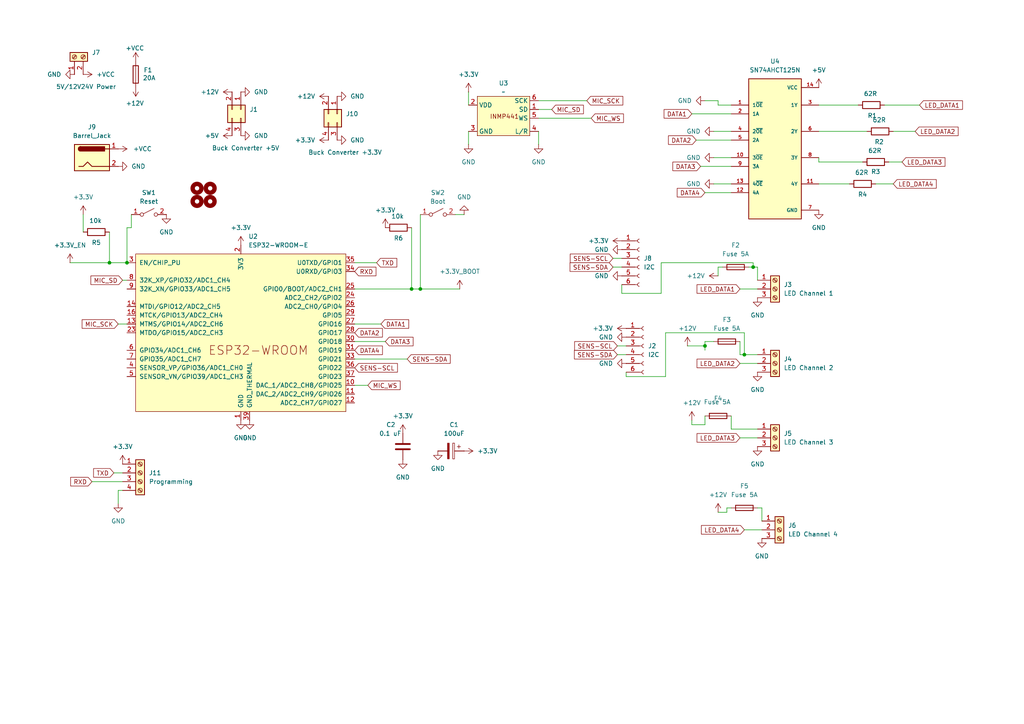
<source format=kicad_sch>
(kicad_sch (version 20250114) (generator "eeschema") (generator_version "9.0")
  (paper "A4")
  (lib_symbols
    (symbol "Connector:Barrel_Jack" (pin_names (offset 1.016))
      (property "Reference" "J" (at 0 5.334 0))
      (property "Value" "Barrel_Jack" (at 0 -5.08 0))
      (symbol "Barrel_Jack_0_1"
        (rectangle (start -5.08 3.81) (end 5.08 -3.81) (stroke (width 0.254)) (fill (type background)))
        (polyline (pts (xy -3.81 -2.54) (xy -2.54 -2.54) (xy -1.27 -1.27) (xy 0 -2.54) (xy 2.54 -2.54) (xy 5.08 -2.54)) (stroke (width 0.254)))
        (arc (start -3.302 1.905) (mid -3.9343 2.54) (end -3.302 3.175) (stroke (width 0.254)))
        (arc (start -3.302 1.905) (mid -3.9343 2.54) (end -3.302 3.175) (stroke (width 0.254)) (fill (type outline)))
        (rectangle (start 3.683 3.175) (end -3.302 1.905) (stroke (width 0.254)) (fill (type outline)))
        (polyline (pts (xy 5.08 2.54) (xy 3.81 2.54)) (stroke (width 0.254)))
      )
      (symbol "Barrel_Jack_1_1"
        (pin passive line (at 7.62 2.54 180) (length 2.54) (name "~") (number "1"))
        (pin passive line (at 7.62 -2.54 180) (length 2.54) (name "~") (number "2"))
      )
    )
    (symbol "Connector:Conn_01x06_Socket" (pin_names (offset 1.016) (hide yes))
      (property "Reference" "J" (at 0 7.62 0))
      (property "Value" "Conn_01x06_Socket" (at 0 -10.16 0))
      (symbol "Conn_01x06_Socket_1_1"
        (polyline (pts (xy -1.27 5.08) (xy -0.508 5.08)) (stroke (width 0.1524)))
        (polyline (pts (xy -1.27 2.54) (xy -0.508 2.54)) (stroke (width 0.1524)))
        (polyline (pts (xy -1.27 0) (xy -0.508 0)) (stroke (width 0.1524)))
        (polyline (pts (xy -1.27 -2.54) (xy -0.508 -2.54)) (stroke (width 0.1524)))
        (polyline (pts (xy -1.27 -5.08) (xy -0.508 -5.08)) (stroke (width 0.1524)))
        (polyline (pts (xy -1.27 -7.62) (xy -0.508 -7.62)) (stroke (width 0.1524)))
        (arc (start 0 4.572) (mid -0.5058 5.08) (end 0 5.588) (stroke (width 0.1524)))
        (arc (start 0 2.032) (mid -0.5058 2.54) (end 0 3.048) (stroke (width 0.1524)))
        (arc (start 0 -0.508) (mid -0.5058 0) (end 0 0.508) (stroke (width 0.1524)))
        (arc (start 0 -3.048) (mid -0.5058 -2.54) (end 0 -2.032) (stroke (width 0.1524)))
        (arc (start 0 -5.588) (mid -0.5058 -5.08) (end 0 -4.572) (stroke (width 0.1524)))
        (arc (start 0 -8.128) (mid -0.5058 -7.62) (end 0 -7.112) (stroke (width 0.1524)))
        (pin passive line (at -5.08 5.08 0) (length 3.81) (name "Pin_1") (number "1"))
        (pin passive line (at -5.08 2.54 0) (length 3.81) (name "Pin_2") (number "2"))
        (pin passive line (at -5.08 0 0) (length 3.81) (name "Pin_3") (number "3"))
        (pin passive line (at -5.08 -2.54 0) (length 3.81) (name "Pin_4") (number "4"))
        (pin passive line (at -5.08 -5.08 0) (length 3.81) (name "Pin_5") (number "5"))
        (pin passive line (at -5.08 -7.62 0) (length 3.81) (name "Pin_6") (number "6"))
      )
    )
    (symbol "Connector:Screw_Terminal_01x02" (pin_names (offset 1.016) (hide yes))
      (property "Reference" "J" (at 0 2.54 0))
      (property "Value" "Screw_Terminal_01x02" (at 0 -5.08 0))
      (symbol "Screw_Terminal_01x02_1_1"
        (rectangle (start -1.27 1.27) (end 1.27 -3.81) (stroke (width 0.254)) (fill (type background)))
        (polyline (pts (xy -0.5334 0.3302) (xy 0.3302 -0.508)) (stroke (width 0.1524)))
        (polyline (pts (xy -0.5334 -2.2098) (xy 0.3302 -3.048)) (stroke (width 0.1524)))
        (polyline (pts (xy -0.3556 0.508) (xy 0.508 -0.3302)) (stroke (width 0.1524)))
        (polyline (pts (xy -0.3556 -2.032) (xy 0.508 -2.8702)) (stroke (width 0.1524)))
        (circle (center 0 0) (radius 0.635) (stroke (width 0.1524)))
        (circle (center 0 -2.54) (radius 0.635) (stroke (width 0.1524)))
        (pin passive line (at -5.08 0 0) (length 3.81) (name "Pin_1") (number "1"))
        (pin passive line (at -5.08 -2.54 0) (length 3.81) (name "Pin_2") (number "2"))
      )
    )
    (symbol "Connector:Screw_Terminal_01x03" (pin_names (offset 1.016) (hide yes))
      (property "Reference" "J" (at 0 5.08 0))
      (property "Value" "Screw_Terminal_01x03" (at 0 -5.08 0))
      (symbol "Screw_Terminal_01x03_1_1"
        (rectangle (start -1.27 3.81) (end 1.27 -3.81) (stroke (width 0.254)) (fill (type background)))
        (polyline (pts (xy -0.5334 2.8702) (xy 0.3302 2.032)) (stroke (width 0.1524)))
        (polyline (pts (xy -0.5334 0.3302) (xy 0.3302 -0.508)) (stroke (width 0.1524)))
        (polyline (pts (xy -0.5334 -2.2098) (xy 0.3302 -3.048)) (stroke (width 0.1524)))
        (polyline (pts (xy -0.3556 3.048) (xy 0.508 2.2098)) (stroke (width 0.1524)))
        (polyline (pts (xy -0.3556 0.508) (xy 0.508 -0.3302)) (stroke (width 0.1524)))
        (polyline (pts (xy -0.3556 -2.032) (xy 0.508 -2.8702)) (stroke (width 0.1524)))
        (circle (center 0 2.54) (radius 0.635) (stroke (width 0.1524)))
        (circle (center 0 0) (radius 0.635) (stroke (width 0.1524)))
        (circle (center 0 -2.54) (radius 0.635) (stroke (width 0.1524)))
        (pin passive line (at -5.08 2.54 0) (length 3.81) (name "Pin_1") (number "1"))
        (pin passive line (at -5.08 0 0) (length 3.81) (name "Pin_2") (number "2"))
        (pin passive line (at -5.08 -2.54 0) (length 3.81) (name "Pin_3") (number "3"))
      )
    )
    (symbol "Connector:Screw_Terminal_01x04" (pin_names (offset 1.016) (hide yes))
      (property "Reference" "J" (at 0 5.08 0))
      (property "Value" "Screw_Terminal_01x04" (at 0 -7.62 0))
      (symbol "Screw_Terminal_01x04_1_1"
        (rectangle (start -1.27 3.81) (end 1.27 -6.35) (stroke (width 0.254)) (fill (type background)))
        (polyline (pts (xy -0.5334 2.8702) (xy 0.3302 2.032)) (stroke (width 0.1524)))
        (polyline (pts (xy -0.5334 0.3302) (xy 0.3302 -0.508)) (stroke (width 0.1524)))
        (polyline (pts (xy -0.5334 -2.2098) (xy 0.3302 -3.048)) (stroke (width 0.1524)))
        (polyline (pts (xy -0.5334 -4.7498) (xy 0.3302 -5.588)) (stroke (width 0.1524)))
        (polyline (pts (xy -0.3556 3.048) (xy 0.508 2.2098)) (stroke (width 0.1524)))
        (polyline (pts (xy -0.3556 0.508) (xy 0.508 -0.3302)) (stroke (width 0.1524)))
        (polyline (pts (xy -0.3556 -2.032) (xy 0.508 -2.8702)) (stroke (width 0.1524)))
        (polyline (pts (xy -0.3556 -4.572) (xy 0.508 -5.4102)) (stroke (width 0.1524)))
        (circle (center 0 2.54) (radius 0.635) (stroke (width 0.1524)))
        (circle (center 0 0) (radius 0.635) (stroke (width 0.1524)))
        (circle (center 0 -2.54) (radius 0.635) (stroke (width 0.1524)))
        (circle (center 0 -5.08) (radius 0.635) (stroke (width 0.1524)))
        (pin passive line (at -5.08 2.54 0) (length 3.81) (name "Pin_1") (number "1"))
        (pin passive line (at -5.08 0 0) (length 3.81) (name "Pin_2") (number "2"))
        (pin passive line (at -5.08 -2.54 0) (length 3.81) (name "Pin_3") (number "3"))
        (pin passive line (at -5.08 -5.08 0) (length 3.81) (name "Pin_4") (number "4"))
      )
    )
    (symbol "Connector_Generic:Conn_02x02_Row_Letter_Last" (pin_names (offset 1.016) (hide yes))
      (property "Reference" "J2" (at 1.27 6.35 0))
      (property "Value" "Buck Converter" (at 1.27 3.81 0))
      (symbol "Conn_02x02_Row_Letter_Last_1_1"
        (rectangle (start -1.27 1.27) (end 3.81 -3.81) (stroke (width 0.254)) (fill (type background)))
        (rectangle (start -1.27 0.127) (end 0 -0.127) (stroke (width 0.1524)))
        (rectangle (start -1.27 -2.413) (end 0 -2.667) (stroke (width 0.1524)))
        (rectangle (start 3.81 0.127) (end 2.54 -0.127) (stroke (width 0.1524)))
        (rectangle (start 3.81 -2.413) (end 2.54 -2.667) (stroke (width 0.1524)))
        (pin input line (at -5.08 0 0) (length 3.81) (name "1") (number "1"))
        (pin input line (at -5.08 -2.54 0) (length 3.81) (name "2") (number "2"))
        (pin output line (at 7.62 0 180) (length 3.81) (name "3") (number "3"))
        (pin output line (at 7.62 -2.54 180) (length 3.81) (name "4") (number "4"))
      )
    )
    (symbol "Device:Fuse" (pin_numbers (hide yes)) (pin_names (offset 0))
      (property "Reference" "F" (at 2.032 0 90))
      (property "Value" "Fuse" (at -1.905 0 90))
      (symbol "Fuse_0_1"
        (rectangle (start -0.762 -2.54) (end 0.762 2.54) (stroke (width 0.254)))
        (polyline (pts (xy 0 2.54) (xy 0 -2.54)))
      )
      (symbol "Fuse_1_1"
        (pin passive line (at 0 3.81 270) (length 1.27) (name "~") (number "1"))
        (pin passive line (at 0 -3.81 90) (length 1.27) (name "~") (number "2"))
      )
    )
    (symbol "Device:R" (pin_numbers (hide yes)) (pin_names (offset 0))
      (property "Reference" "R" (at 2.032 0 90))
      (property "Value" "R" (at 0 0 90))
      (symbol "R_0_1"
        (rectangle (start -1.016 -2.54) (end 1.016 2.54) (stroke (width 0.254)))
      )
      (symbol "R_1_1"
        (pin passive line (at 0 3.81 270) (length 1.27) (name "~") (number "1"))
        (pin passive line (at 0 -3.81 90) (length 1.27) (name "~") (number "2"))
      )
    )
    (symbol "Espressif:ESP32-WROOM-E" (pin_names (offset 1.016))
      (property "Reference" "U" (at -30.48 27.94 0))
      (property "Value" "ESP32-WROOM-E" (at -30.48 25.4 0))
      (symbol "ESP32-WROOM-E_0_1"
        (rectangle (start -30.48 22.86) (end 30.48 -22.86) (fill (type background)))
      )
      (symbol "ESP32-WROOM-E_1_1"
        (text "ESP32-­WROOM­" (at 5.08 -5.08 0) (effects (font (size 2.54 2.54))))
        (pin input line (at -33.02 20.32 0) (length 2.54) (name "EN/CHIP_PU") (number "3"))
        (pin bidirectional line (at -33.02 15.24 0) (length 2.54) (name "32K_XP/GPIO32/ADC1_CH4") (number "8"))
        (pin bidirectional line (at -33.02 12.7 0) (length 2.54) (name "32K_XN/GPIO33/ADC1_CH5") (number "9"))
        (pin bidirectional line (at -33.02 7.62 0) (length 2.54) (name "MTDI/GPIO12/ADC2_CH5") (number "14"))
        (pin bidirectional line (at -33.02 5.08 0) (length 2.54) (name "MTCK/GPIO13/ADC2_CH4") (number "16"))
        (pin bidirectional line (at -33.02 2.54 0) (length 2.54) (name "MTMS/GPIO14/ADC2_CH6") (number "13"))
        (pin bidirectional line (at -33.02 0 0) (length 2.54) (name "MTDO/GPIO15/ADC2_CH3") (number "23"))
        (pin input line (at -33.02 -5.08 0) (length 2.54) (name "GPIO34/ADC1_CH6") (number "6"))
        (pin input line (at -33.02 -7.62 0) (length 2.54) (name "GPIO35/ADC1_CH7") (number "7"))
        (pin input line (at -33.02 -10.16 0) (length 2.54) (name "SENSOR_VP/GPIO36/ADC1_CH0") (number "4"))
        (pin input line (at -33.02 -12.7 0) (length 2.54) (name "SENSOR_VN/GPIO39/ADC1_CH3") (number "5"))
        (pin power_in line (at 0 25.4 270) (length 2.54) (name "3V3") (number "2"))
        (pin power_in line (at 0 -25.4 90) (length 2.54) (name "GND") (number "1"))
        (pin passive line (at 0 -25.4 90) (length 2.54) (hide yes) (name "GND") (number "15"))
        (pin passive line (at 0 -25.4 90) (length 2.54) (hide yes) (name "GND") (number "38"))
        (pin power_in line (at 2.54 -25.4 90) (length 2.54) (name "GND_THERMAL") (number "39"))
        (pin bidirectional line (at 33.02 20.32 180) (length 2.54) (name "U0TXD/GPIO1") (number "35"))
        (pin bidirectional line (at 33.02 17.78 180) (length 2.54) (name "U0RXD/GPIO3") (number "34"))
        (pin bidirectional line (at 33.02 12.7 180) (length 2.54) (name "GPIO0/BOOT/ADC2_CH1") (number "25"))
        (pin bidirectional line (at 33.02 10.16 180) (length 2.54) (name "ADC2_CH2/GPIO2") (number "24"))
        (pin bidirectional line (at 33.02 7.62 180) (length 2.54) (name "ADC2_CH0/GPIO4") (number "26"))
        (pin bidirectional line (at 33.02 5.08 180) (length 2.54) (name "GPIO5") (number "29"))
        (pin bidirectional line (at 33.02 2.54 180) (length 2.54) (name "GPIO16") (number "27"))
        (pin bidirectional line (at 33.02 0 180) (length 2.54) (name "GPIO17") (number "28"))
        (pin bidirectional line (at 33.02 -2.54 180) (length 2.54) (name "GPIO18") (number "30"))
        (pin bidirectional line (at 33.02 -5.08 180) (length 2.54) (name "GPIO19") (number "31"))
        (pin bidirectional line (at 33.02 -7.62 180) (length 2.54) (name "GPIO21") (number "33"))
        (pin bidirectional line (at 33.02 -10.16 180) (length 2.54) (name "GPIO22") (number "36"))
        (pin bidirectional line (at 33.02 -12.7 180) (length 2.54) (name "GPIO23") (number "37"))
        (pin bidirectional line (at 33.02 -15.24 180) (length 2.54) (name "DAC_1/ADC2_CH8/GPIO25") (number "10"))
        (pin bidirectional line (at 33.02 -17.78 180) (length 2.54) (name "DAC_2/ADC2_CH9/GPIO26") (number "11"))
        (pin bidirectional line (at 33.02 -20.32 180) (length 2.54) (name "ADC2_CH7/GPIO27") (number "12"))
      )
    )
    (symbol "Mechanical:MountingHole" (pin_names (offset 1.016)) (exclude_from_sim yes) (in_bom no)
      (property "Reference" "H" (at 0 5.08 0))
      (property "Value" "MountingHole" (at 0 3.175 0))
      (symbol "MountingHole_0_1"
        (circle (center 0 0) (radius 1.27) (stroke (width 1.27)))
      )
    )
    (symbol "My_custom:CP_Radial_D10.0mm_P5.00mm" (pin_numbers (hide yes)) (pin_names (offset 0.254))
      (property "Reference" "C" (at 0.635 2.54 0))
      (property "Value" "CP_Radial_D10.0mm_P5.00mm" (at 0.635 -2.54 0))
      (symbol "CP_Radial_D10.0mm_P5.00mm_0_1"
        (rectangle (start -2.286 1.016) (end 2.286 0.508))
        (polyline (pts (xy -1.778 2.286) (xy -0.762 2.286)))
        (polyline (pts (xy -1.27 2.794) (xy -1.27 1.778)))
        (rectangle (start 2.286 -0.508) (end -2.286 -1.016) (fill (type outline)))
      )
      (symbol "CP_Radial_D10.0mm_P5.00mm_0_2"
        (polyline (pts (xy -2.54 -2.54) (xy -0.6604 -0.6604)))
        (polyline (pts (xy -1.8796 0.6096) (xy 0.6096 -1.8796) (xy 0.9652 -1.524) (xy -1.524 0.9652) (xy -1.8796 0.6096)) (fill (type outline)))
        (polyline (pts (xy -0.9652 1.524) (xy 1.524 -0.9652) (xy 1.8796 -0.6096) (xy -0.6096 1.8796) (xy -0.9652 1.524)))
        (polyline (pts (xy 0 2.032) (xy 1.016 2.032)))
        (polyline (pts (xy 0.508 2.54) (xy 0.508 1.524)))
        (polyline (pts (xy 0.6604 0.6604) (xy 2.54 2.54)))
      )
      (symbol "CP_Radial_D10.0mm_P5.00mm_1_1"
        (pin passive line (at 0 3.81 270) (length 2.794) (name "~") (number "1"))
        (pin passive line (at 0 -3.81 90) (length 2.794) (name "~") (number "2"))
      )
      (symbol "CP_Radial_D10.0mm_P5.00mm_1_2"
        (pin passive line (at -2.54 -2.54 90) (length 0) (name "~") (number "2"))
        (pin passive line (at 2.54 2.54 270) (length 0) (name "~") (number "1"))
      )
    )
    (symbol "My_custom:GND" (power) (pin_numbers (hide yes)) (pin_names (offset 0) (hide yes))
      (property "Value" "GND" (at 0 -3.81 0))
      (symbol "GND_0_1"
        (polyline (pts (xy 0 0) (xy 0 -1.27) (xy 1.27 -1.27) (xy 0 -2.54) (xy -1.27 -1.27) (xy 0 -1.27)))
      )
      (symbol "GND_1_1"
        (pin power_in line (at 0 0 270) (length 0) (name "~") (number "1"))
      )
    )
    (symbol "My_custom:INMP441"
      (property "Reference" "U" (at 0.508 -1.27 0))
      (symbol "INMP441_0_1"
        (polyline (pts (xy 0 0) (xy 0 11.43) (xy 13.97 11.43) (xy 15.24 11.43) (xy 15.24 0) (xy 0 0)) (fill (type background)))
      )
      (symbol "INMP441_1_1"
        (text "INMP441" (at 7.874 5.588 0) (effects (font (size 1.27 1.27))))
        (pin input line (at -2.54 8.89 0) (length 2.54) (name "VDD") (number "2"))
        (pin input line (at -2.54 1.27 0) (length 2.54) (name "GND") (number "3"))
        (pin input line (at 17.78 10.16 180) (length 2.54) (name "SCK") (number "6"))
        (pin output line (at 17.78 7.62 180) (length 2.54) (name "SD") (number "1"))
        (pin output line (at 17.78 5.08 180) (length 2.54) (name "WS") (number "5"))
        (pin input line (at 17.78 1.27 180) (length 2.54) (name "L/R") (number "4"))
      )
    )
    (symbol "PCM_Capacitor_AKL:C_Disc_D3.0mm_W1.6mm_P2.50mm" (pin_numbers (hide yes)) (pin_names (offset 0.254))
      (property "Reference" "C" (at 0.635 2.54 0))
      (property "Value" "C_Disc_D3.0mm_W1.6mm_P2.50mm" (at 0.635 -2.54 0))
      (symbol "C_Disc_D3.0mm_W1.6mm_P2.50mm_0_1"
        (polyline (pts (xy -2.032 0.762) (xy 2.032 0.762)) (stroke (width 0.508)))
        (polyline (pts (xy -2.032 -0.762) (xy 2.032 -0.762)) (stroke (width 0.508)))
      )
      (symbol "C_Disc_D3.0mm_W1.6mm_P2.50mm_0_2"
        (polyline (pts (xy -2.54 -2.54) (xy -0.381 -0.381)))
        (polyline (pts (xy -0.508 -0.508) (xy -1.651 0.635)) (stroke (width 0.508)))
        (polyline (pts (xy -0.508 -0.508) (xy 0.635 -1.651)) (stroke (width 0.508)))
        (polyline (pts (xy 0.381 0.381) (xy 2.54 2.54)))
        (polyline (pts (xy 0.508 0.508) (xy -0.635 1.651)) (stroke (width 0.508)))
        (polyline (pts (xy 0.508 0.508) (xy 1.651 -0.635)) (stroke (width 0.508)))
      )
      (symbol "C_Disc_D3.0mm_W1.6mm_P2.50mm_1_1"
        (pin passive line (at 0 3.81 270) (length 2.794) (name "~") (number "1"))
        (pin passive line (at 0 -3.81 90) (length 2.794) (name "~") (number "2"))
      )
      (symbol "C_Disc_D3.0mm_W1.6mm_P2.50mm_1_2"
        (pin passive line (at -2.54 -2.54 90) (length 0) (name "~") (number "2"))
        (pin passive line (at 2.54 2.54 270) (length 0) (name "~") (number "1"))
      )
    )
    (symbol "SN74AHCT125N:SN74AHCT125N" (pin_names (offset 1.016))
      (property "Reference" "U" (at -7.62 21.082 0))
      (property "Value" "SN74AHCT125N" (at -7.62 -22.86 0))
      (symbol "SN74AHCT125N_0_0"
        (rectangle (start -7.62 -20.32) (end 7.62 20.32) (stroke (width 0.254)) (fill (type background)))
        (pin input line (at -12.7 12.7 0) (length 5.08) (name "1~{OE}") (number "1"))
        (pin input line (at -12.7 10.16 0) (length 5.08) (name "1A") (number "2"))
        (pin input line (at -12.7 5.08 0) (length 5.08) (name "2~{OE}") (number "4"))
        (pin input line (at -12.7 2.54 0) (length 5.08) (name "2A") (number "5"))
        (pin input line (at -12.7 -2.54 0) (length 5.08) (name "3~{OE}") (number "10"))
        (pin input line (at -12.7 -5.08 0) (length 5.08) (name "3A") (number "9"))
        (pin input line (at -12.7 -10.16 0) (length 5.08) (name "4~{OE}") (number "13"))
        (pin input line (at -12.7 -12.7 0) (length 5.08) (name "4A") (number "12"))
        (pin power_in line (at 12.7 17.78 180) (length 5.08) (name "VCC") (number "14"))
        (pin output line (at 12.7 12.7 180) (length 5.08) (name "1Y") (number "3"))
        (pin output line (at 12.7 5.08 180) (length 5.08) (name "2Y") (number "6"))
        (pin output line (at 12.7 -2.54 180) (length 5.08) (name "3Y") (number "8"))
        (pin output line (at 12.7 -10.16 180) (length 5.08) (name "4Y") (number "11"))
        (pin power_in line (at 12.7 -17.78 180) (length 5.08) (name "GND") (number "7"))
      )
    )
    (symbol "Switch:SW_SPST" (pin_names (offset 0) (hide yes))
      (property "Reference" "SW" (at 0 3.175 0))
      (property "Value" "SW_SPST" (at 0 -2.54 0))
      (symbol "SW_SPST_0_0"
        (circle (center -2.032 0) (radius 0.508))
        (polyline (pts (xy -1.524 0.254) (xy 1.524 1.778)))
        (circle (center 2.032 0) (radius 0.508))
      )
      (symbol "SW_SPST_1_1"
        (pin passive line (at -5.08 0 0) (length 2.54) (name "A") (number "1"))
        (pin passive line (at 5.08 0 180) (length 2.54) (name "B") (number "2"))
      )
    )
    (symbol "power:+12V" (power) (pin_numbers (hide yes)) (pin_names (offset 0) (hide yes))
      (property "Value" "+12V" (at 0 3.556 0))
      (symbol "+12V_0_1"
        (polyline (pts (xy -0.762 1.27) (xy 0 2.54)))
        (polyline (pts (xy 0 2.54) (xy 0.762 1.27)))
        (polyline (pts (xy 0 0) (xy 0 2.54)))
      )
      (symbol "+12V_1_1"
        (pin power_in line (at 0 0 90) (length 0) (name "~") (number "1"))
      )
    )
    (symbol "power:+3.3V" (power) (pin_numbers (hide yes)) (pin_names (offset 0) (hide yes))
      (property "Value" "+3.3V" (at 0 3.556 0))
      (symbol "+3.3V_0_1"
        (polyline (pts (xy -0.762 1.27) (xy 0 2.54)))
        (polyline (pts (xy 0 2.54) (xy 0.762 1.27)))
        (polyline (pts (xy 0 0) (xy 0 2.54)))
      )
      (symbol "+3.3V_1_1"
        (pin power_in line (at 0 0 90) (length 0) (name "~") (number "1"))
      )
    )
    (symbol "power:+5V" (power) (pin_numbers (hide yes)) (pin_names (offset 0) (hide yes))
      (property "Value" "+5V" (at 0 3.556 0))
      (symbol "+5V_0_1"
        (polyline (pts (xy -0.762 1.27) (xy 0 2.54)))
        (polyline (pts (xy 0 2.54) (xy 0.762 1.27)))
        (polyline (pts (xy 0 0) (xy 0 2.54)))
      )
      (symbol "+5V_1_1"
        (pin power_in line (at 0 0 90) (length 0) (name "~") (number "1"))
      )
    )
    (symbol "power:GND" (power) (pin_numbers (hide yes)) (pin_names (offset 0) (hide yes))
      (property "Value" "GND" (at 0 -3.81 0))
      (symbol "GND_0_1"
        (polyline (pts (xy 0 0) (xy 0 -1.27) (xy 1.27 -1.27) (xy 0 -2.54) (xy -1.27 -1.27) (xy 0 -1.27)))
      )
      (symbol "GND_1_1"
        (pin power_in line (at 0 0 270) (length 0) (name "~") (number "1"))
      )
    )
  )
  (junction (at 31.75 76.2))
  (junction (at 215.9 102.87))
  (junction (at 218.44 77.47))
  (junction (at 121.92 83.82))
  (junction (at 119.38 83.82))
  (junction (at 204.47 100.33))
  (junction (at 36.83 76.2))
  (wire (pts (xy 214.63 83.82) (xy 219.71 83.82)))
  (wire (pts (xy 179.07 102.87) (xy 181.61 102.87)))
  (wire (pts (xy 212.09 147.32) (xy 210.82 147.32)))
  (wire (pts (xy 180.34 82.55) (xy 180.34 85.09)))
  (wire (pts (xy 207.01 99.06) (xy 204.47 99.06)))
  (wire (pts (xy 217.17 77.47) (xy 218.44 77.47)))
  (wire (pts (xy 215.9 153.67) (xy 220.98 153.67)))
  (wire (pts (xy 219.71 77.47) (xy 219.71 81.28)))
  (wire (pts (xy 38.1 66.04) (xy 36.83 66.04)))
  (wire (pts (xy 177.8 74.93) (xy 180.34 74.93)))
  (wire (pts (xy 210.82 148.59) (xy 208.28 148.59)))
  (wire (pts (xy 160.02 31.75) (xy 156.21 31.75)))
  (wire (pts (xy 254 53.34) (xy 259.08 53.34)))
  (wire (pts (xy 218.44 76.2) (xy 218.44 77.47)))
  (wire (pts (xy 214.63 99.06) (xy 214.63 102.87)))
  (wire (pts (xy 210.82 147.32) (xy 210.82 148.59)))
  (wire (pts (xy 212.09 120.65) (xy 212.09 124.46)))
  (wire (pts (xy 219.71 124.46) (xy 212.09 124.46)))
  (wire (pts (xy 121.92 62.23) (xy 121.92 83.82)))
  (wire (pts (xy 121.92 83.82) (xy 133.35 83.82)))
  (wire (pts (xy 118.11 104.14) (xy 102.87 104.14)))
  (wire (pts (xy 135.89 26.67) (xy 135.89 30.48)))
  (wire (pts (xy 237.49 30.48) (xy 248.92 30.48)))
  (wire (pts (xy 200.66 121.92) (xy 200.66 123.19)))
  (wire (pts (xy 180.34 85.09) (xy 191.77 85.09)))
  (wire (pts (xy 134.62 62.23) (xy 132.08 62.23)))
  (wire (pts (xy 208.28 29.21) (xy 208.28 30.48)))
  (wire (pts (xy 111.76 99.06) (xy 102.87 99.06)))
  (wire (pts (xy 209.55 77.47) (xy 208.28 77.47)))
  (wire (pts (xy 218.44 77.47) (xy 219.71 77.47)))
  (wire (pts (xy 200.66 123.19) (xy 204.47 123.19)))
  (wire (pts (xy 35.56 81.28) (xy 36.83 81.28)))
  (wire (pts (xy 20.32 76.2) (xy 31.75 76.2)))
  (wire (pts (xy 119.38 83.82) (xy 121.92 83.82)))
  (wire (pts (xy 34.29 142.24) (xy 35.56 142.24)))
  (wire (pts (xy 171.45 34.29) (xy 156.21 34.29)))
  (wire (pts (xy 110.49 93.98) (xy 102.87 93.98)))
  (wire (pts (xy 208.28 77.47) (xy 208.28 80.01)))
  (wire (pts (xy 204.47 99.06) (xy 204.47 100.33)))
  (wire (pts (xy 201.93 40.64) (xy 212.09 40.64)))
  (wire (pts (xy 208.28 30.48) (xy 212.09 30.48)))
  (wire (pts (xy 31.75 67.31) (xy 31.75 76.2)))
  (wire (pts (xy 181.61 109.22) (xy 193.04 109.22)))
  (wire (pts (xy 191.77 85.09) (xy 191.77 76.2)))
  (wire (pts (xy 34.29 146.05) (xy 34.29 142.24)))
  (wire (pts (xy 237.49 53.34) (xy 246.38 53.34)))
  (wire (pts (xy 193.04 109.22) (xy 193.04 96.52)))
  (wire (pts (xy 200.66 33.02) (xy 212.09 33.02)))
  (wire (pts (xy 219.71 147.32) (xy 220.98 147.32)))
  (wire (pts (xy 26.67 139.7) (xy 35.56 139.7)))
  (wire (pts (xy 102.87 83.82) (xy 119.38 83.82)))
  (wire (pts (xy 215.9 102.87) (xy 214.63 102.87)))
  (wire (pts (xy 220.98 147.32) (xy 220.98 151.13)))
  (wire (pts (xy 257.81 46.99) (xy 261.62 46.99)))
  (wire (pts (xy 135.89 41.91) (xy 135.89 38.1)))
  (wire (pts (xy 204.47 55.88) (xy 212.09 55.88)))
  (wire (pts (xy 214.63 105.41) (xy 219.71 105.41)))
  (wire (pts (xy 215.9 96.52) (xy 215.9 102.87)))
  (wire (pts (xy 109.22 76.2) (xy 102.87 76.2)))
  (wire (pts (xy 237.49 38.1) (xy 251.46 38.1)))
  (wire (pts (xy 177.8 77.47) (xy 180.34 77.47)))
  (wire (pts (xy 191.77 76.2) (xy 218.44 76.2)))
  (wire (pts (xy 203.2 48.26) (xy 212.09 48.26)))
  (wire (pts (xy 237.49 46.99) (xy 250.19 46.99)))
  (wire (pts (xy 179.07 100.33) (xy 181.61 100.33)))
  (wire (pts (xy 24.13 67.31) (xy 24.13 62.23)))
  (wire (pts (xy 34.29 93.98) (xy 36.83 93.98)))
  (wire (pts (xy 237.49 46.99) (xy 237.49 45.72)))
  (wire (pts (xy 204.47 100.33) (xy 204.47 101.6)))
  (wire (pts (xy 31.75 76.2) (xy 36.83 76.2)))
  (wire (pts (xy 204.47 120.65) (xy 204.47 123.19)))
  (wire (pts (xy 256.54 30.48) (xy 266.7 30.48)))
  (wire (pts (xy 204.47 29.21) (xy 208.28 29.21)))
  (wire (pts (xy 199.39 100.33) (xy 204.47 100.33)))
  (wire (pts (xy 207.01 53.34) (xy 212.09 53.34)))
  (wire (pts (xy 207.01 45.72) (xy 212.09 45.72)))
  (wire (pts (xy 170.18 29.21) (xy 156.21 29.21)))
  (wire (pts (xy 181.61 107.95) (xy 181.61 109.22)))
  (wire (pts (xy 219.71 102.87) (xy 215.9 102.87)))
  (wire (pts (xy 259.08 38.1) (xy 265.43 38.1)))
  (wire (pts (xy 156.21 41.91) (xy 156.21 38.1)))
  (wire (pts (xy 119.38 66.04) (xy 119.38 83.82)))
  (wire (pts (xy 106.68 111.76) (xy 102.87 111.76)))
  (wire (pts (xy 193.04 96.52) (xy 215.9 96.52)))
  (wire (pts (xy 33.02 137.16) (xy 35.56 137.16)))
  (wire (pts (xy 36.83 66.04) (xy 36.83 76.2)))
  (wire (pts (xy 38.1 62.23) (xy 38.1 66.04)))
  (wire (pts (xy 214.63 127) (xy 219.71 127)))
  (wire (pts (xy 207.01 38.1) (xy 212.09 38.1)))
  (global_label "DATA2" (shape input) (at 102.87 96.52 0) (property "Intersheetrefs" "${INTERSHEET_REFS}" (effects (hide yes))))
  (global_label "SENS-SCL" (shape input) (at 179.07 100.33 180) (property "Intersheetrefs" "${INTERSHEET_REFS}" (effects (hide yes))))
  (global_label "SENS-SCL" (shape input) (at 177.8 74.93 180) (property "Intersheetrefs" "${INTERSHEET_REFS}" (effects (hide yes))))
  (global_label "RXD" (shape input) (at 102.87 78.74 0) (property "Intersheetrefs" "${INTERSHEET_REFS}" (effects (hide yes))))
  (global_label "MIC_WS" (shape input) (at 171.45 34.29 0) (property "Intersheetrefs" "${INTERSHEET_REFS}" (effects (hide yes))))
  (global_label "LED_DATA4" (shape input) (at 259.08 53.34 0) (property "Intersheetrefs" "${INTERSHEET_REFS}" (effects (hide yes))))
  (global_label "MIC_SCK" (shape input) (at 34.29 93.98 180) (property "Intersheetrefs" "${INTERSHEET_REFS}" (effects (hide yes))))
  (global_label "TXD" (shape input) (at 33.02 137.16 180) (property "Intersheetrefs" "${INTERSHEET_REFS}" (effects (hide yes))))
  (global_label "MIC_WS" (shape input) (at 106.68 111.76 0) (property "Intersheetrefs" "${INTERSHEET_REFS}" (effects (hide yes))))
  (global_label "RXD" (shape input) (at 26.67 139.7 180) (property "Intersheetrefs" "${INTERSHEET_REFS}" (effects (hide yes))))
  (global_label "DATA4" (shape input) (at 204.47 55.88 180) (property "Intersheetrefs" "${INTERSHEET_REFS}" (effects (hide yes))))
  (global_label "DATA2" (shape input) (at 201.93 40.64 180) (property "Intersheetrefs" "${INTERSHEET_REFS}" (effects (hide yes))))
  (global_label "LED_DATA2" (shape input) (at 265.43 38.1 0) (property "Intersheetrefs" "${INTERSHEET_REFS}" (effects (hide yes))))
  (global_label "MIC_SD" (shape input) (at 160.02 31.75 0) (property "Intersheetrefs" "${INTERSHEET_REFS}" (effects (hide yes))))
  (global_label "DATA3" (shape input) (at 203.2 48.26 180) (property "Intersheetrefs" "${INTERSHEET_REFS}" (effects (hide yes))))
  (global_label "SENS-SDA" (shape input) (at 179.07 102.87 180) (property "Intersheetrefs" "${INTERSHEET_REFS}" (effects (hide yes))))
  (global_label "DATA1" (shape input) (at 110.49 93.98 0) (property "Intersheetrefs" "${INTERSHEET_REFS}" (effects (hide yes))))
  (global_label "LED_DATA2" (shape input) (at 214.63 105.41 180) (property "Intersheetrefs" "${INTERSHEET_REFS}" (effects (hide yes))))
  (global_label "LED_DATA1" (shape input) (at 266.7 30.48 0) (property "Intersheetrefs" "${INTERSHEET_REFS}" (effects (hide yes))))
  (global_label "SENS-SCL" (shape input) (at 102.87 106.68 0) (property "Intersheetrefs" "${INTERSHEET_REFS}" (effects (hide yes))))
  (global_label "LED_DATA1" (shape input) (at 214.63 83.82 180) (property "Intersheetrefs" "${INTERSHEET_REFS}" (effects (hide yes))))
  (global_label "LED_DATA4" (shape input) (at 215.9 153.67 180) (property "Intersheetrefs" "${INTERSHEET_REFS}" (effects (hide yes))))
  (global_label "LED_DATA3" (shape input) (at 214.63 127 180) (property "Intersheetrefs" "${INTERSHEET_REFS}" (effects (hide yes))))
  (global_label "MIC_SCK" (shape input) (at 170.18 29.21 0) (property "Intersheetrefs" "${INTERSHEET_REFS}" (effects (hide yes))))
  (global_label "DATA1" (shape input) (at 200.66 33.02 180) (property "Intersheetrefs" "${INTERSHEET_REFS}" (effects (hide yes))))
  (global_label "DATA3" (shape input) (at 111.76 99.06 0) (property "Intersheetrefs" "${INTERSHEET_REFS}" (effects (hide yes))))
  (global_label "TXD" (shape input) (at 109.22 76.2 0) (property "Intersheetrefs" "${INTERSHEET_REFS}" (effects (hide yes))))
  (global_label "SENS-SDA" (shape input) (at 177.8 77.47 180) (property "Intersheetrefs" "${INTERSHEET_REFS}" (effects (hide yes))))
  (global_label "LED_DATA3" (shape input) (at 261.62 46.99 0) (property "Intersheetrefs" "${INTERSHEET_REFS}" (effects (hide yes))))
  (global_label "MIC_SD" (shape input) (at 35.56 81.28 180) (property "Intersheetrefs" "${INTERSHEET_REFS}" (effects (hide yes))))
  (global_label "DATA4" (shape input) (at 102.87 101.6 0) (property "Intersheetrefs" "${INTERSHEET_REFS}" (effects (hide yes))))
  (global_label "SENS-SDA" (shape input) (at 118.11 104.14 0) (property "Intersheetrefs" "${INTERSHEET_REFS}" (effects (hide yes))))
  (symbol (lib_id "My_custom:GND") (at 34.29 146.05 0) (unit 1)
    (property "Reference" "#PWR051" (effects (hide yes)))
    (property "Value" "GND" (at 34.29 151.13 0))
    (property "Description" "Power symbol creates a global label with name \"GND\" , ground" (effects (hide yes)))
  )
  (symbol (lib_id "My_custom:GND") (at 181.61 105.41 270) (unit 1)
    (property "Reference" "#PWR033" (effects (hide yes)))
    (property "Value" "GND" (at 177.8 105.4099 90) (effects (justify right)))
    (property "Description" "Power symbol creates a global label with name \"GND\" , ground" (effects (hide yes)))
  )
  (symbol (lib_id "power:+12V") (at 67.31 26.67 90) (unit 1)
    (property "Reference" "#PWR038" (effects (hide yes)))
    (property "Value" "+12V" (at 63.5 26.6699 90) (effects (justify left)))
    (property "Description" "Power symbol creates a global label with name \"+12V\"" (effects (hide yes)))
  )
  (symbol (lib_id "My_custom:GND") (at 181.61 97.79 270) (unit 1)
    (property "Reference" "#PWR02" (effects (hide yes)))
    (property "Value" "GND" (at 177.8 97.7899 90) (effects (justify right)))
    (property "Description" "Power symbol creates a global label with name \"GND\" , ground" (effects (hide yes)))
  )
  (symbol (lib_id "Connector:Conn_01x06_Socket") (at 186.69 100.33 0) (unit 1)
    (property "Reference" "J2" (at 187.96 100.3299 0) (effects (justify left)))
    (property "Value" "I2C" (at 187.96 102.8699 0) (effects (justify left)))
    (property "Footprint" "Connector_PinHeader_2.54mm:PinHeader_1x06_P2.54mm_Vertical" (effects (hide yes)))
    (property "Description" "Generic connector, single row, 01x06, script generated" (effects (hide yes)))
  )
  (symbol (lib_id "Device:R") (at 255.27 38.1 90) (unit 1)
    (property "Reference" "R2" (at 255.016 41.148 90))
    (property "Value" "62R" (at 255.016 34.798 90))
    (property "Footprint" "PCM_Resistor_THT_AKL:R_Axial_DIN0207_L6.3mm_D2.5mm_P10.16mm_Horizontal" (effects (hide yes)))
    (property "Description" "Resistor" (effects (hide yes)))
  )
  (symbol (lib_id "My_custom:GND") (at 219.71 129.54 0) (unit 1)
    (property "Reference" "#PWR015" (effects (hide yes)))
    (property "Value" "GND" (at 219.71 134.62 0))
    (property "Description" "Power symbol creates a global label with name \"GND\" , ground" (effects (hide yes)))
  )
  (symbol (lib_id "My_custom:GND") (at 97.79 27.94 90) (unit 1)
    (property "Reference" "#PWR032" (effects (hide yes)))
    (property "Value" "GND" (at 101.6 27.9399 90) (effects (justify right)))
    (property "Description" "Power symbol creates a global label with name \"GND\" , ground" (effects (hide yes)))
  )
  (symbol (lib_id "Connector:Barrel_Jack") (at 26.67 45.72 0) (unit 1)
    (property "Reference" "J9" (at 26.67 36.83 0))
    (property "Value" "Barrel_Jack" (at 26.67 39.37 0))
    (property "Footprint" "Connector_BarrelJack:BarrelJack_Horizontal" (effects (hide yes)))
    (property "Description" "DC Barrel Jack" (effects (hide yes)))
  )
  (symbol (lib_id "Device:Fuse") (at 39.37 21.59 0) (unit 1)
    (property "Reference" "F1" (at 41.656 20.32 0) (effects (justify left)))
    (property "Value" "20A" (at 41.402 22.606 0) (effects (justify left)))
    (property "Footprint" "Fuse:Fuseholder_Blade_Mini_Keystone_3568" (effects (hide yes)))
    (property "Description" "Fuse" (effects (hide yes)))
  )
  (symbol (lib_id "Device:R") (at 27.94 67.31 90) (unit 1)
    (property "Reference" "R5" (at 27.94 70.358 90))
    (property "Value" "10k" (at 27.686 64.008 90))
    (property "Footprint" "PCM_Resistor_THT_AKL:R_Axial_DIN0207_L6.3mm_D2.5mm_P10.16mm_Horizontal" (effects (hide yes)))
    (property "Description" "Resistor" (effects (hide yes)))
  )
  (symbol (lib_id "My_custom:GND") (at 135.89 41.91 0) (unit 1)
    (property "Reference" "#PWR022" (effects (hide yes)))
    (property "Value" "GND" (at 135.89 46.99 0))
    (property "Description" "Power symbol creates a global label with name \"GND\" , ground" (effects (hide yes)))
  )
  (symbol (lib_id "Switch:SW_SPST") (at 43.18 62.23 0) (unit 1)
    (property "Reference" "SW1" (at 43.18 55.88 0))
    (property "Value" "Reset" (at 43.18 58.42 0))
    (property "Footprint" "Button_Switch_SMD:SW_SPST_PTS647_Sx38" (effects (hide yes)))
    (property "Description" "Single Pole Single Throw (SPST) switch" (effects (hide yes)))
  )
  (symbol (lib_id "power:+3.3V") (at 133.35 83.82 0) (unit 1)
    (property "Reference" "#PWR048" (effects (hide yes)))
    (property "Value" "+3.3V_BOOT" (at 133.35 78.74 0))
    (property "Description" "Power symbol creates a global label with name \"+3.3V\"" (effects (hide yes)))
  )
  (symbol (lib_id "Connector:Screw_Terminal_01x02") (at 21.59 16.51 90) (unit 1)
    (property "Reference" "J7" (at 26.67 15.2399 90) (effects (justify right)))
    (property "Value" "5V/12V24V Power" (at 16.256 25.146 90) (effects (justify right)))
    (property "Footprint" "1935161:PHOENIX_1935161" (effects (hide yes)))
    (property "Description" "Generic screw terminal, single row, 01x02, script generated (kicad-library-utils/schlib/autogen/connector/)" (effects (hide yes)))
  )
  (symbol (lib_id "My_custom:GND") (at 207.01 45.72 270) (unit 1)
    (property "Reference" "#PWR030" (effects (hide yes)))
    (property "Value" "GND" (at 203.2 45.7199 90) (effects (justify right)))
    (property "Description" "Power symbol creates a global label with name \"GND\" , ground" (effects (hide yes)))
  )
  (symbol (lib_id "Device:Fuse") (at 208.28 120.65 90) (unit 1)
    (property "Reference" "F4" (at 208.28 115.57 90))
    (property "Value" "Fuse 5A" (at 208.026 116.586 90))
    (property "Footprint" "Fuse:Fuse_Littelfuse-NANO2-451_453" (effects (hide yes)))
    (property "Description" "Fuse" (effects (hide yes)))
  )
  (symbol (lib_id "My_custom:GND") (at 204.47 29.21 270) (unit 1)
    (property "Reference" "#PWR028" (effects (hide yes)))
    (property "Value" "GND" (at 200.66 29.2099 90) (effects (justify right)))
    (property "Description" "Power symbol creates a global label with name \"GND\" , ground" (effects (hide yes)))
  )
  (symbol (lib_id "My_custom:GND") (at 97.79 40.64 90) (unit 1)
    (property "Reference" "#PWR045" (effects (hide yes)))
    (property "Value" "GND" (at 101.6 40.6399 90) (effects (justify right)))
    (property "Description" "Power symbol creates a global label with name \"GND\" , ground" (effects (hide yes)))
  )
  (symbol (lib_id "Connector:Screw_Terminal_01x04") (at 40.64 137.16 0) (unit 1)
    (property "Reference" "J11" (at 43.18 137.1599 0) (effects (justify left)))
    (property "Value" "Programming" (at 43.18 139.6999 0) (effects (justify left)))
    (property "Footprint" "Connector_JST:JST_XH_B4B-XH-A_1x04_P2.50mm_Vertical" (effects (hide yes)))
    (property "Description" "Generic screw terminal, single row, 01x04, script generated (kicad-library-utils/schlib/autogen/connector/)" (effects (hide yes)))
  )
  (symbol (lib_id "Mechanical:MountingHole") (at 60.96 54.61 0) (unit 1) (exclude_from_sim yes) (in_bom no)
    (property "Reference" "H2" (effects (hide yes)))
    (property "Value" "MountingHole" (effects (hide yes)))
    (property "Footprint" "MountingHole:MountingHole_2.2mm_M2_DIN965_Pad" (effects (hide yes)))
    (property "Description" "Mounting Hole without connection" (effects (hide yes)))
  )
  (symbol (lib_id "power:+12V") (at 39.37 17.78 0) (unit 1)
    (property "Reference" "#PWR011" (effects (hide yes)))
    (property "Value" "+VCC" (at 39.116 13.97 0))
    (property "Description" "Power symbol creates a global label with name \"+12V\"" (effects (hide yes)))
  )
  (symbol (lib_id "power:+3.3V") (at 134.62 130.81 270) (unit 1)
    (property "Reference" "#PWR010" (effects (hide yes)))
    (property "Value" "+3.3V" (at 138.43 130.8099 90) (effects (justify left)))
    (property "Description" "Power symbol creates a global label with name \"+3.3V\"" (effects (hide yes)))
  )
  (symbol (lib_id "SN74AHCT125N:SN74AHCT125N") (at 224.79 43.18 0) (unit 1)
    (property "Reference" "U4" (at 224.79 17.78 0))
    (property "Value" "SN74AHCT125N" (at 224.79 20.32 0))
    (property "Footprint" "SN74AHCT125N:DIP794W45P254L1930H508Q14" (effects (hide yes)))
    (property "DigiKey_Part_Number" "2156-SN74AHCT125N-ND" (effects (hide yes)))
    (property "SnapEDA_Link" "https://www.snapeda.com/parts/SN74AHCT125N/Texas+Instruments/view-part/?ref=snap" (effects (hide yes)))
    (property "MAXIMUM_PACKAGE_HEIGHT" "5.08mm" (effects (hide yes)))
    (property "Package" "PDIP-14 Texas Instruments" (effects (hide yes)))
    (property "Check_prices" "https://www.snapeda.com/parts/SN74AHCT125N/Texas+Instruments/view-part/?ref=eda" (effects (hide yes)))
    (property "STANDARD" "Manufacturer Recommendations" (effects (hide yes)))
    (property "PARTREV" "Q" (effects (hide yes)))
    (property "MF" "Texas Instruments" (effects (hide yes)))
    (property "MP" "SN74AHCT125N" (effects (hide yes)))
    (property "Description_1" "\n                        \n                            4-ch, 4.5-V to 5.5-V buffers with TTL-compatible CMOS inputs and 3-state outputs\n                        \n" (effects (hide yes)))
    (property "MANUFACTURER" "Texas Instruments" (effects (hide yes)))
  )
  (symbol (lib_id "My_custom:GND") (at 207.01 53.34 270) (unit 1)
    (property "Reference" "#PWR031" (effects (hide yes)))
    (property "Value" "GND" (at 203.2 53.3399 90) (effects (justify right)))
    (property "Description" "Power symbol creates a global label with name \"GND\" , ground" (effects (hide yes)))
  )
  (symbol (lib_id "Device:R") (at 254 46.99 90) (unit 1)
    (property "Reference" "R3" (at 254 49.784 90))
    (property "Value" "62R" (at 253.746 43.688 90))
    (property "Footprint" "PCM_Resistor_THT_AKL:R_Axial_DIN0207_L6.3mm_D2.5mm_P10.16mm_Horizontal" (effects (hide yes)))
    (property "Description" "Resistor" (effects (hide yes)))
  )
  (symbol (lib_id "My_custom:GND") (at 34.29 48.26 90) (unit 1)
    (property "Reference" "#PWR040" (effects (hide yes)))
    (property "Value" "GND" (at 38.1 48.2599 90) (effects (justify right)))
    (property "Description" "Power symbol creates a global label with name \"GND\" , ground" (effects (hide yes)))
  )
  (symbol (lib_id "power:GND") (at 48.26 62.23 0) (unit 1)
    (property "Reference" "#PWR046" (effects (hide yes)))
    (property "Value" "GND" (at 48.26 67.31 0))
    (property "Description" "Power symbol creates a global label with name \"GND\" , ground" (effects (hide yes)))
  )
  (symbol (lib_id "power:+3.3V") (at 35.56 134.62 0) (unit 1)
    (property "Reference" "#PWR052" (effects (hide yes)))
    (property "Value" "+3.3V" (at 35.56 129.54 0))
    (property "Description" "Power symbol creates a global label with name \"+3.3V\"" (effects (hide yes)))
  )
  (symbol (lib_id "My_custom:GND") (at 237.49 60.96 0) (unit 1)
    (property "Reference" "#PWR027" (effects (hide yes)))
    (property "Value" "GND" (at 237.49 66.04 0))
    (property "Description" "Power symbol creates a global label with name \"GND\" , ground" (effects (hide yes)))
  )
  (symbol (lib_id "Connector_Generic:Conn_02x02_Row_Letter_Last") (at 69.85 31.75 270) (unit 1)
    (property "Reference" "J1" (at 72.39 31.7499 90) (effects (justify left)))
    (property "Value" "Buck Converter +5V" (at 61.468 42.926 90) (effects (justify left)))
    (property "Footprint" "MyCustom:Buck Converter Board" (effects (hide yes)))
    (property "Description" "Generic connector, double row, 02x02, row letter last pin numbering scheme (pin number consists of a letter for the row and a number for the pin index in this row. 1a, ..., Na; 1b, ..., Nb)), script generated (kicad-library-utils/schlib/autogen/connector/)" (effects (hide yes)))
  )
  (symbol (lib_id "power:+12V") (at 208.28 148.59 0) (unit 1)
    (property "Reference" "#PWR020" (effects (hide yes)))
    (property "Value" "+12V" (at 208.28 143.51 0))
    (property "Description" "Power symbol creates a global label with name \"+12V\"" (effects (hide yes)))
  )
  (symbol (lib_id "My_custom:INMP441") (at 138.43 39.37 0) (unit 1)
    (property "Reference" "U3" (at 146.05 24.13 0))
    (property "Value" "~" (at 146.05 26.67 0))
    (property "Footprint" "MyCustom:INMP441_Module" (effects (hide yes)))
  )
  (symbol (lib_id "My_custom:GND") (at 21.59 21.59 270) (unit 1)
    (property "Reference" "#PWR03" (effects (hide yes)))
    (property "Value" "GND" (at 17.78 21.5899 90) (effects (justify right)))
    (property "Description" "Power symbol creates a global label with name \"GND\" , ground" (effects (hide yes)))
  )
  (symbol (lib_id "power:+3.3V") (at 135.89 26.67 0) (unit 1)
    (property "Reference" "#PWR021" (effects (hide yes)))
    (property "Value" "+3.3V" (at 135.89 21.59 0))
    (property "Description" "Power symbol creates a global label with name \"+3.3V\"" (effects (hide yes)))
  )
  (symbol (lib_id "power:+12V") (at 208.28 80.01 90) (unit 1)
    (property "Reference" "#PWR017" (effects (hide yes)))
    (property "Value" "+12V" (at 204.47 80.0099 90) (effects (justify left)))
    (property "Description" "Power symbol creates a global label with name \"+12V\"" (effects (hide yes)))
  )
  (symbol (lib_id "My_custom:GND") (at 219.71 107.95 0) (unit 1)
    (property "Reference" "#PWR014" (effects (hide yes)))
    (property "Value" "GND" (at 219.71 113.03 0))
    (property "Description" "Power symbol creates a global label with name \"GND\" , ground" (effects (hide yes)))
  )
  (symbol (lib_id "Mechanical:MountingHole") (at 60.96 58.42 0) (unit 1) (exclude_from_sim yes) (in_bom no)
    (property "Reference" "H3" (effects (hide yes)))
    (property "Value" "MountingHole" (effects (hide yes)))
    (property "Footprint" "MountingHole:MountingHole_2.2mm_M2_DIN965_Pad" (effects (hide yes)))
    (property "Description" "Mounting Hole without connection" (effects (hide yes)))
  )
  (symbol (lib_id "Mechanical:MountingHole") (at 57.15 54.61 0) (unit 1) (exclude_from_sim yes) (in_bom no)
    (property "Reference" "H1" (effects (hide yes)))
    (property "Value" "MountingHole" (effects (hide yes)))
    (property "Footprint" "MountingHole:MountingHole_2.2mm_M2_DIN965_Pad" (effects (hide yes)))
    (property "Description" "Mounting Hole without connection" (effects (hide yes)))
  )
  (symbol (lib_id "My_custom:CP_Radial_D10.0mm_P5.00mm") (at 130.81 130.81 270) (unit 1)
    (property "Reference" "C1" (at 131.699 123.19 90))
    (property "Value" "100uF" (at 131.699 125.73 90))
    (property "Footprint" "PCM_Capacitor_THT_AKL:CP_Radial_D10.0mm_P5.00mm" (effects (hide yes)))
    (property "Description" "THT Electrolytic Capacitor, 10.0mm Diameter, 5.00mm Pitch, European Symbol, Alternate KiCad Library" (effects (hide yes)))
  )
  (symbol (lib_id "power:+5V") (at 67.31 39.37 90) (unit 1)
    (property "Reference" "#PWR06" (effects (hide yes)))
    (property "Value" "+5V" (at 63.5 39.3699 90) (effects (justify left)))
    (property "Description" "Power symbol creates a global label with name \"+5V\"" (effects (hide yes)))
  )
  (symbol (lib_id "My_custom:GND") (at 116.84 133.35 0) (unit 1)
    (property "Reference" "#PWR024" (effects (hide yes)))
    (property "Value" "GND" (at 116.84 138.43 0))
    (property "Description" "Power symbol creates a global label with name \"GND\" , ground" (effects (hide yes)))
  )
  (symbol (lib_id "power:+3.3V") (at 24.13 62.23 0) (unit 1)
    (property "Reference" "#PWR04" (effects (hide yes)))
    (property "Value" "+3.3V" (at 24.13 57.15 0))
    (property "Description" "Power symbol creates a global label with name \"+3.3V\"" (effects (hide yes)))
  )
  (symbol (lib_id "Device:R") (at 250.19 53.34 90) (unit 1)
    (property "Reference" "R4" (at 250.19 56.388 90))
    (property "Value" "62R" (at 249.936 50.038 90))
    (property "Footprint" "PCM_Resistor_THT_AKL:R_Axial_DIN0207_L6.3mm_D2.5mm_P10.16mm_Horizontal" (effects (hide yes)))
    (property "Description" "Resistor" (effects (hide yes)))
  )
  (symbol (lib_id "power:+12V") (at 95.25 27.94 90) (unit 1)
    (property "Reference" "#PWR05" (effects (hide yes)))
    (property "Value" "+12V" (at 91.44 27.9399 90) (effects (justify left)))
    (property "Description" "Power symbol creates a global label with name \"+12V\"" (effects (hide yes)))
  )
  (symbol (lib_id "power:+3.3V") (at 116.84 125.73 0) (unit 1)
    (property "Reference" "#PWR025" (effects (hide yes)))
    (property "Value" "+3.3V" (at 116.84 120.65 0))
    (property "Description" "Power symbol creates a global label with name \"+3.3V\"" (effects (hide yes)))
  )
  (symbol (lib_id "power:+12V") (at 24.13 21.59 270) (unit 1)
    (property "Reference" "#PWR01" (effects (hide yes)))
    (property "Value" "+VCC" (at 27.94 21.5899 90) (effects (justify left)))
    (property "Description" "Power symbol creates a global label with name \"+12V\"" (effects (hide yes)))
  )
  (symbol (lib_id "My_custom:GND") (at 156.21 41.91 0) (unit 1)
    (property "Reference" "#PWR023" (effects (hide yes)))
    (property "Value" "GND" (at 156.21 46.99 0))
    (property "Description" "Power symbol creates a global label with name \"GND\" , ground" (effects (hide yes)))
  )
  (symbol (lib_id "My_custom:GND") (at 127 130.81 0) (unit 1)
    (property "Reference" "#PWR09" (effects (hide yes)))
    (property "Value" "GND" (at 127 135.89 0))
    (property "Description" "Power symbol creates a global label with name \"GND\" , ground" (effects (hide yes)))
  )
  (symbol (lib_id "Switch:SW_SPST") (at 127 62.23 0) (unit 1)
    (property "Reference" "SW2" (at 127 55.88 0))
    (property "Value" "Boot" (at 127 58.42 0))
    (property "Footprint" "Button_Switch_SMD:SW_SPST_PTS647_Sx38" (effects (hide yes)))
    (property "Description" "Single Pole Single Throw (SPST) switch" (effects (hide yes)))
  )
  (symbol (lib_id "power:+3.3V") (at 95.25 40.64 90) (unit 1)
    (property "Reference" "#PWR012" (effects (hide yes)))
    (property "Value" "+3.3V" (at 91.44 40.6399 90) (effects (justify left)))
    (property "Description" "Power symbol creates a global label with name \"+3.3V\"" (effects (hide yes)))
  )
  (symbol (lib_id "Connector:Screw_Terminal_01x03") (at 224.79 83.82 0) (unit 1)
    (property "Reference" "J3" (at 227.33 82.5499 0) (effects (justify left)))
    (property "Value" "LED Channel 1" (at 227.33 85.0899 0) (effects (justify left)))
    (property "Footprint" "Connector_JST:JST_PH_S3B-PH-K_1x03_P2.00mm_Horizontal" (effects (hide yes)))
    (property "Description" "Generic screw terminal, single row, 01x03, script generated (kicad-library-utils/schlib/autogen/connector/)" (effects (hide yes)))
  )
  (symbol (lib_id "Connector_Generic:Conn_02x02_Row_Letter_Last") (at 97.79 33.02 270) (unit 1)
    (property "Reference" "J10" (at 100.33 33.0199 90) (effects (justify left)))
    (property "Value" "Buck Converter +3.3V" (at 89.408 44.196 90) (effects (justify left)))
    (property "Footprint" "MyCustom:Buck Converter Board" (effects (hide yes)))
    (property "Description" "Generic connector, double row, 02x02, row letter last pin numbering scheme (pin number consists of a letter for the row and a number for the pin index in this row. 1a, ..., Na; 1b, ..., Nb)), script generated (kicad-library-utils/schlib/autogen/connector/)" (effects (hide yes)))
  )
  (symbol (lib_id "Connector:Screw_Terminal_01x03") (at 226.06 153.67 0) (unit 1)
    (property "Reference" "J6" (at 228.6 152.3999 0) (effects (justify left)))
    (property "Value" "LED Channel 4" (at 228.6 154.9399 0) (effects (justify left)))
    (property "Footprint" "Connector_JST:JST_PH_S3B-PH-K_1x03_P2.00mm_Horizontal" (effects (hide yes)))
    (property "Description" "Generic screw terminal, single row, 01x03, script generated (kicad-library-utils/schlib/autogen/connector/)" (effects (hide yes)))
  )
  (symbol (lib_id "power:+3.3V") (at 69.85 71.12 0) (unit 1)
    (property "Reference" "#PWR044" (effects (hide yes)))
    (property "Value" "+3.3V" (at 69.85 66.04 0))
    (property "Description" "Power symbol creates a global label with name \"+3.3V\"" (effects (hide yes)))
  )
  (symbol (lib_id "My_custom:GND") (at 69.85 26.67 90) (unit 1)
    (property "Reference" "#PWR07" (effects (hide yes)))
    (property "Value" "GND" (at 73.66 26.6699 90) (effects (justify right)))
    (property "Description" "Power symbol creates a global label with name \"GND\" , ground" (effects (hide yes)))
  )
  (symbol (lib_id "power:+3.3V") (at 20.32 76.2 0) (unit 1)
    (property "Reference" "#PWR047" (effects (hide yes)))
    (property "Value" "+3.3V_EN" (at 20.32 71.12 0))
    (property "Description" "Power symbol creates a global label with name \"+3.3V\"" (effects (hide yes)))
  )
  (symbol (lib_id "Device:R") (at 252.73 30.48 90) (unit 1)
    (property "Reference" "R1" (at 252.984 33.528 90))
    (property "Value" "62R" (at 252.476 27.178 90))
    (property "Footprint" "PCM_Resistor_THT_AKL:R_Axial_DIN0207_L6.3mm_D2.5mm_P10.16mm_Horizontal" (effects (hide yes)))
    (property "Description" "Resistor" (effects (hide yes)))
  )
  (symbol (lib_id "My_custom:GND") (at 219.71 86.36 0) (unit 1)
    (property "Reference" "#PWR013" (effects (hide yes)))
    (property "Value" "GND" (at 219.71 91.44 0))
    (property "Description" "Power symbol creates a global label with name \"GND\" , ground" (effects (hide yes)))
  )
  (symbol (lib_id "Device:R") (at 115.57 66.04 90) (unit 1)
    (property "Reference" "R6" (at 115.57 69.088 90))
    (property "Value" "10k" (at 115.316 62.738 90))
    (property "Footprint" "PCM_Resistor_THT_AKL:R_Axial_DIN0207_L6.3mm_D2.5mm_P10.16mm_Horizontal" (effects (hide yes)))
    (property "Description" "Resistor" (effects (hide yes)))
  )
  (symbol (lib_id "My_custom:GND") (at 180.34 72.39 270) (unit 1)
    (property "Reference" "#PWR036" (effects (hide yes)))
    (property "Value" "GND" (at 176.53 72.3899 90) (effects (justify right)))
    (property "Description" "Power symbol creates a global label with name \"GND\" , ground" (effects (hide yes)))
  )
  (symbol (lib_id "power:+12V") (at 34.29 43.18 270) (unit 1)
    (property "Reference" "#PWR041" (effects (hide yes)))
    (property "Value" "+VCC" (at 38.608 43.18 90) (effects (justify left)))
    (property "Description" "Power symbol creates a global label with name \"+12V\"" (effects (hide yes)))
  )
  (symbol (lib_id "Mechanical:MountingHole") (at 57.15 58.42 0) (unit 1) (exclude_from_sim yes) (in_bom no)
    (property "Reference" "H4" (effects (hide yes)))
    (property "Value" "MountingHole" (effects (hide yes)))
    (property "Footprint" "MountingHole:MountingHole_2.2mm_M2_DIN965_Pad" (effects (hide yes)))
    (property "Description" "Mounting Hole without connection" (effects (hide yes)))
  )
  (symbol (lib_id "Connector:Conn_01x06_Socket") (at 185.42 74.93 0) (unit 1)
    (property "Reference" "J8" (at 186.69 74.9299 0) (effects (justify left)))
    (property "Value" "I2C" (at 186.69 77.4699 0) (effects (justify left)))
    (property "Footprint" "Connector_PinHeader_2.54mm:PinHeader_1x06_P2.54mm_Vertical" (effects (hide yes)))
    (property "Description" "Generic connector, single row, 01x06, script generated" (effects (hide yes)))
  )
  (symbol (lib_id "power:+5V") (at 237.49 25.4 0) (unit 1)
    (property "Reference" "#PWR026" (effects (hide yes)))
    (property "Value" "+5V" (at 237.49 20.32 0))
    (property "Description" "Power symbol creates a global label with name \"+5V\"" (effects (hide yes)))
  )
  (symbol (lib_id "My_custom:GND") (at 180.34 80.01 270) (unit 1)
    (property "Reference" "#PWR037" (effects (hide yes)))
    (property "Value" "GND" (at 176.53 80.0099 90) (effects (justify right)))
    (property "Description" "Power symbol creates a global label with name \"GND\" , ground" (effects (hide yes)))
  )
  (symbol (lib_id "power:+12V") (at 200.66 121.92 0) (unit 1)
    (property "Reference" "#PWR019" (effects (hide yes)))
    (property "Value" "+12V" (at 200.66 116.84 0))
    (property "Description" "Power symbol creates a global label with name \"+12V\"" (effects (hide yes)))
  )
  (symbol (lib_id "Espressif:ESP32-WROOM-E") (at 69.85 96.52 0) (unit 1)
    (property "Reference" "U2" (at 72.0441 68.58 0) (effects (justify left)))
    (property "Value" "ESP32-WROOM-E" (at 72.0441 71.12 0) (effects (justify left)))
    (property "Footprint" "PCM_Espressif:ESP32-WROOM-32E" (effects (hide yes)))
    (property "Datasheet" "https://www.espressif.com/sites/default/files/documentation/esp32-wroom-32e_esp32-wroom-32ue_datasheet_en.pdf" (effects (hide yes)))
    (property "Description" "ESP32-WROOM-32E integrates ESP32-D0WD-V3, with higher stability and safety performance." (effects (hide yes)))
  )
  (symbol (lib_id "power:+3.3V") (at 181.61 95.25 90) (unit 1)
    (property "Reference" "#PWR034" (effects (hide yes)))
    (property "Value" "+3.3V" (at 177.8 95.2499 90) (effects (justify left)))
    (property "Description" "Power symbol creates a global label with name \"+3.3V\"" (effects (hide yes)))
  )
  (symbol (lib_id "Connector:Screw_Terminal_01x03") (at 224.79 105.41 0) (unit 1)
    (property "Reference" "J4" (at 227.33 104.1399 0) (effects (justify left)))
    (property "Value" "LED Channel 2" (at 227.33 106.6799 0) (effects (justify left)))
    (property "Footprint" "Connector_JST:JST_PH_S3B-PH-K_1x03_P2.00mm_Horizontal" (effects (hide yes)))
    (property "Description" "Generic screw terminal, single row, 01x03, script generated (kicad-library-utils/schlib/autogen/connector/)" (effects (hide yes)))
  )
  (symbol (lib_id "PCM_Capacitor_AKL:C_Disc_D3.0mm_W1.6mm_P2.50mm") (at 116.84 129.54 0) (unit 1)
    (property "Reference" "C2" (at 112.014 123.19 0) (effects (justify left)))
    (property "Value" "0.1 uF" (at 109.982 125.73 0) (effects (justify left)))
    (property "Footprint" "PCM_Capacitor_THT_AKL:C_Disc_D3.0mm_W1.6mm_P2.50mm" (effects (hide yes)))
    (property "Description" "THT Ceramic Disc Capacitor, 3.0mm Diameter, 1.6mm Width, 2.50mm Pitch, Alternate KiCad Library" (effects (hide yes)))
  )
  (symbol (lib_id "power:+3.3V") (at 111.76 66.04 0) (unit 1)
    (property "Reference" "#PWR049" (effects (hide yes)))
    (property "Value" "+3.3V" (at 111.76 60.96 0))
    (property "Description" "Power symbol creates a global label with name \"+3.3V\"" (effects (hide yes)))
  )
  (symbol (lib_id "power:+12V") (at 199.39 100.33 0) (unit 1)
    (property "Reference" "#PWR018" (effects (hide yes)))
    (property "Value" "+12V" (at 199.39 95.25 0))
    (property "Description" "Power symbol creates a global label with name \"+12V\"" (effects (hide yes)))
  )
  (symbol (lib_id "power:+12V") (at 39.37 25.4 180) (unit 1)
    (property "Reference" "#PWR039" (effects (hide yes)))
    (property "Value" "+12V" (at 39.116 29.972 0))
    (property "Description" "Power symbol creates a global label with name \"+12V\"" (effects (hide yes)))
  )
  (symbol (lib_id "power:+3.3V") (at 180.34 69.85 90) (unit 1)
    (property "Reference" "#PWR035" (effects (hide yes)))
    (property "Value" "+3.3V" (at 176.53 69.8499 90) (effects (justify left)))
    (property "Description" "Power symbol creates a global label with name \"+3.3V\"" (effects (hide yes)))
  )
  (symbol (lib_id "power:GND") (at 134.62 62.23 180) (unit 1)
    (property "Reference" "#PWR050" (effects (hide yes)))
    (property "Value" "GND" (at 134.62 57.15 0))
    (property "Description" "Power symbol creates a global label with name \"GND\" , ground" (effects (hide yes)))
  )
  (symbol (lib_id "My_custom:GND") (at 220.98 156.21 0) (unit 1)
    (property "Reference" "#PWR016" (effects (hide yes)))
    (property "Value" "GND" (at 220.98 161.29 0))
    (property "Description" "Power symbol creates a global label with name \"GND\" , ground" (effects (hide yes)))
  )
  (symbol (lib_id "My_custom:GND") (at 69.85 39.37 90) (unit 1)
    (property "Reference" "#PWR08" (effects (hide yes)))
    (property "Value" "GND" (at 73.66 39.3699 90) (effects (justify right)))
    (property "Description" "Power symbol creates a global label with name \"GND\" , ground" (effects (hide yes)))
  )
  (symbol (lib_id "Device:Fuse") (at 213.36 77.47 90) (unit 1)
    (property "Reference" "F2" (at 213.36 71.12 90))
    (property "Value" "Fuse 5A" (at 213.36 73.66 90))
    (property "Footprint" "Fuse:Fuse_Littelfuse-NANO2-451_453" (effects (hide yes)))
    (property "Description" "Fuse" (effects (hide yes)))
  )
  (symbol (lib_id "Connector:Screw_Terminal_01x03") (at 224.79 127 0) (unit 1)
    (property "Reference" "J5" (at 227.33 125.7299 0) (effects (justify left)))
    (property "Value" "LED Channel 3" (at 227.33 128.2699 0) (effects (justify left)))
    (property "Footprint" "Connector_JST:JST_PH_S3B-PH-K_1x03_P2.00mm_Horizontal" (effects (hide yes)))
    (property "Description" "Generic screw terminal, single row, 01x03, script generated (kicad-library-utils/schlib/autogen/connector/)" (effects (hide yes)))
  )
  (symbol (lib_id "Device:Fuse") (at 210.82 99.06 90) (unit 1)
    (property "Reference" "F3" (at 210.82 92.71 90))
    (property "Value" "Fuse 5A" (at 210.82 95.25 90))
    (property "Footprint" "Fuse:Fuse_Littelfuse-NANO2-451_453" (effects (hide yes)))
    (property "Description" "Fuse" (effects (hide yes)))
  )
  (symbol (lib_id "My_custom:GND") (at 207.01 38.1 270) (unit 1)
    (property "Reference" "#PWR029" (effects (hide yes)))
    (property "Value" "GND" (at 203.2 38.0999 90) (effects (justify right)))
    (property "Description" "Power symbol creates a global label with name \"GND\" , ground" (effects (hide yes)))
  )
  (symbol (lib_id "My_custom:GND") (at 69.85 121.92 0) (unit 1)
    (property "Reference" "#PWR043" (effects (hide yes)))
    (property "Value" "GND" (at 69.85 127 0))
    (property "Description" "Power symbol creates a global label with name \"GND\" , ground" (effects (hide yes)))
  )
  (symbol (lib_id "Device:Fuse") (at 215.9 147.32 90) (unit 1)
    (property "Reference" "F5" (at 215.9 140.97 90))
    (property "Value" "Fuse 5A" (at 215.9 143.51 90))
    (property "Footprint" "Fuse:Fuse_Littelfuse-NANO2-451_453" (effects (hide yes)))
    (property "Description" "Fuse" (effects (hide yes)))
  )
  (symbol (lib_id "My_custom:GND") (at 72.39 121.92 0) (unit 1)
    (property "Reference" "#PWR042" (effects (hide yes)))
    (property "Value" "GND" (at 72.39 127 0))
    (property "Description" "Power symbol creates a global label with name \"GND\" , ground" (effects (hide yes)))
  )
)
</source>
